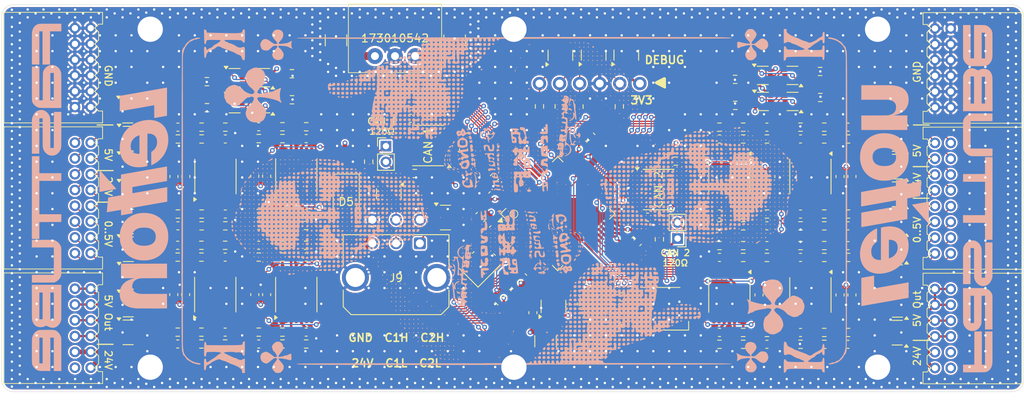
<source format=kicad_pcb>
(kicad_pcb
	(version 20240108)
	(generator "pcbnew")
	(generator_version "8.0")
	(general
		(thickness 1.6)
		(legacy_teardrops no)
	)
	(paper "A4")
	(layers
		(0 "F.Cu" signal)
		(1 "In1.Cu" signal)
		(2 "In2.Cu" signal)
		(31 "B.Cu" signal)
		(32 "B.Adhes" user "B.Adhesive")
		(33 "F.Adhes" user "F.Adhesive")
		(34 "B.Paste" user)
		(35 "F.Paste" user)
		(36 "B.SilkS" user "B.Silkscreen")
		(37 "F.SilkS" user "F.Silkscreen")
		(38 "B.Mask" user)
		(39 "F.Mask" user)
		(40 "Dwgs.User" user "User.Drawings")
		(41 "Cmts.User" user "User.Comments")
		(42 "Eco1.User" user "User.Eco1")
		(43 "Eco2.User" user "User.Eco2")
		(44 "Edge.Cuts" user)
		(45 "Margin" user)
		(46 "B.CrtYd" user "B.Courtyard")
		(47 "F.CrtYd" user "F.Courtyard")
		(48 "B.Fab" user)
		(49 "F.Fab" user)
		(50 "User.1" user)
		(51 "User.2" user)
		(52 "User.3" user)
		(53 "User.4" user)
		(54 "User.5" user)
		(55 "User.6" user)
		(56 "User.7" user)
		(57 "User.8" user)
		(58 "User.9" user)
	)
	(setup
		(stackup
			(layer "F.SilkS"
				(type "Top Silk Screen")
			)
			(layer "F.Paste"
				(type "Top Solder Paste")
			)
			(layer "F.Mask"
				(type "Top Solder Mask")
				(color "Black")
				(thickness 0.01)
			)
			(layer "F.Cu"
				(type "copper")
				(thickness 0.035)
			)
			(layer "dielectric 1"
				(type "prepreg")
				(thickness 0.1)
				(material "FR4")
				(epsilon_r 4.5)
				(loss_tangent 0.02)
			)
			(layer "In1.Cu"
				(type "copper")
				(thickness 0.035)
			)
			(layer "dielectric 2"
				(type "core")
				(thickness 1.24)
				(material "FR4")
				(epsilon_r 4.5)
				(loss_tangent 0.02)
			)
			(layer "In2.Cu"
				(type "copper")
				(thickness 0.035)
			)
			(layer "dielectric 3"
				(type "prepreg")
				(thickness 0.1)
				(material "FR4")
				(epsilon_r 4.5)
				(loss_tangent 0.02)
			)
			(layer "B.Cu"
				(type "copper")
				(thickness 0.035)
			)
			(layer "B.Mask"
				(type "Bottom Solder Mask")
				(color "Black")
				(thickness 0.01)
			)
			(layer "B.Paste"
				(type "Bottom Solder Paste")
			)
			(layer "B.SilkS"
				(type "Bottom Silk Screen")
			)
			(copper_finish "None")
			(dielectric_constraints no)
		)
		(pad_to_mask_clearance 0)
		(allow_soldermask_bridges_in_footprints no)
		(pcbplotparams
			(layerselection 0x00010fc_ffffffff)
			(plot_on_all_layers_selection 0x0000000_00000000)
			(disableapertmacros no)
			(usegerberextensions no)
			(usegerberattributes yes)
			(usegerberadvancedattributes yes)
			(creategerberjobfile yes)
			(dashed_line_dash_ratio 12.000000)
			(dashed_line_gap_ratio 3.000000)
			(svgprecision 4)
			(plotframeref no)
			(viasonmask no)
			(mode 1)
			(useauxorigin no)
			(hpglpennumber 1)
			(hpglpenspeed 20)
			(hpglpendiameter 15.000000)
			(pdf_front_fp_property_popups yes)
			(pdf_back_fp_property_popups yes)
			(dxfpolygonmode yes)
			(dxfimperialunits yes)
			(dxfusepcbnewfont yes)
			(psnegative no)
			(psa4output no)
			(plotreference yes)
			(plotvalue yes)
			(plotfptext yes)
			(plotinvisibletext no)
			(sketchpadsonfab no)
			(subtractmaskfromsilk no)
			(outputformat 1)
			(mirror no)
			(drillshape 1)
			(scaleselection 1)
			(outputdirectory "")
		)
	)
	(net 0 "")
	(net 1 "GND")
	(net 2 "/A8")
	(net 3 "/WS1")
	(net 4 "/A11")
	(net 5 "/A7")
	(net 6 "/A1")
	(net 7 "/STATUS1")
	(net 8 "/A5")
	(net 9 "/A12")
	(net 10 "/D2")
	(net 11 "+3V3")
	(net 12 "/A14")
	(net 13 "/A10")
	(net 14 "/SWDIO")
	(net 15 "/WS2")
	(net 16 "/A13")
	(net 17 "/A16")
	(net 18 "/SWCLK")
	(net 19 "/D5")
	(net 20 "/D1")
	(net 21 "/CAN2_TX")
	(net 22 "/A15")
	(net 23 "/A6")
	(net 24 "/D4")
	(net 25 "/STATUS2")
	(net 26 "/CAN1_RX")
	(net 27 "/A4")
	(net 28 "/CAN1_TX")
	(net 29 "/CAN2_RX")
	(net 30 "/A3")
	(net 31 "/A9")
	(net 32 "/A2")
	(net 33 "/D6")
	(net 34 "/D3")
	(net 35 "Net-(C4-Pad1)")
	(net 36 "Net-(U3A-+)")
	(net 37 "Net-(U3D-+)")
	(net 38 "Net-(U3A--)")
	(net 39 "Net-(U3D--)")
	(net 40 "Net-(U4A-+)")
	(net 41 "Net-(U4D-+)")
	(net 42 "Net-(U4A--)")
	(net 43 "Net-(U4D--)")
	(net 44 "Net-(U5A-+)")
	(net 45 "Net-(U5D-+)")
	(net 46 "Net-(U5A--)")
	(net 47 "Net-(U5D--)")
	(net 48 "Net-(U6A-+)")
	(net 49 "Net-(U6D-+)")
	(net 50 "Net-(U6A--)")
	(net 51 "Net-(C19-Pad1)")
	(net 52 "Net-(U6D--)")
	(net 53 "Net-(C38-Pad1)")
	(net 54 "Net-(U3B-+)")
	(net 55 "Net-(U3C-+)")
	(net 56 "Net-(U4B-+)")
	(net 57 "Net-(U4C-+)")
	(net 58 "Net-(U5B-+)")
	(net 59 "Net-(U5C-+)")
	(net 60 "Net-(U6B-+)")
	(net 61 "Net-(U6C-+)")
	(net 62 "+5V")
	(net 63 "/SWO")
	(net 64 "/NRST")
	(net 65 "/STATUS_B")
	(net 66 "/STATUS_G")
	(net 67 "/STATUS_R")
	(net 68 "Net-(U12-STB)")
	(net 69 "/CAN1_H")
	(net 70 "/CAN1_L")
	(net 71 "/CAN2_L")
	(net 72 "/CAN2_H")
	(net 73 "Net-(U2-PH1)")
	(net 74 "Net-(U2-PH0)")
	(net 75 "Net-(C20-Pad1)")
	(net 76 "Net-(C25-Pad1)")
	(net 77 "Net-(C26-Pad1)")
	(net 78 "Net-(C31-Pad1)")
	(net 79 "Net-(C32-Pad1)")
	(net 80 "Net-(C37-Pad1)")
	(net 81 "Net-(D2-A1)")
	(net 82 "Net-(D2-A2)")
	(net 83 "Net-(D3-A1)")
	(net 84 "Net-(D3-A2)")
	(net 85 "Net-(D4-AR)")
	(net 86 "Net-(D4-AB)")
	(net 87 "Net-(D4-AG)")
	(net 88 "Net-(JP3-A)")
	(net 89 "Net-(JP4-A)")
	(net 90 "Net-(U2-BOOT0)")
	(net 91 "Net-(U11-STB)")
	(net 92 "unconnected-(U1-NC-Pad5)")
	(net 93 "unconnected-(U1-NC-Pad4)")
	(net 94 "unconnected-(U2-PC13-Pad2)")
	(net 95 "unconnected-(U2-PC14-Pad3)")
	(net 96 "unconnected-(U2-PC15-Pad4)")
	(net 97 "+24V")
	(net 98 "/JR1")
	(net 99 "/JR2")
	(net 100 "/JR3")
	(net 101 "/JR4")
	(net 102 "/JR6")
	(net 103 "/JR5")
	(net 104 "/JR7")
	(net 105 "/JR8")
	(net 106 "/JR9")
	(net 107 "/JR10")
	(net 108 "/JR11")
	(net 109 "/JR12")
	(net 110 "/JR13")
	(net 111 "/JR14")
	(net 112 "/JR16")
	(net 113 "/JR15")
	(net 114 "/JL2")
	(net 115 "/JL1")
	(net 116 "/JL3")
	(net 117 "/JL4")
	(net 118 "/JL5")
	(net 119 "/JL6")
	(net 120 "/JL7")
	(net 121 "/JL8")
	(net 122 "/JL9")
	(net 123 "/JL10")
	(net 124 "/JL11")
	(net 125 "/JL12")
	(net 126 "/JL13")
	(net 127 "/JL14")
	(net 128 "/JL15")
	(net 129 "/JL16")
	(net 130 "+24V_IN")
	(net 131 "Net-(U10C-+)")
	(net 132 "Net-(U10B-+)")
	(net 133 "Net-(U10D--)")
	(net 134 "Net-(C62-Pad1)")
	(net 135 "Net-(C61-Pad1)")
	(net 136 "Net-(U10A--)")
	(net 137 "Net-(U10D-+)")
	(net 138 "Net-(U10A-+)")
	(net 139 "Net-(C56-Pad1)")
	(net 140 "Net-(C55-Pad1)")
	(net 141 "Net-(C50-Pad1)")
	(net 142 "Net-(C49-Pad1)")
	(net 143 "Net-(C44-Pad1)")
	(net 144 "Net-(C43-Pad1)")
	(net 145 "Net-(U9C-+)")
	(net 146 "Net-(U9B-+)")
	(net 147 "Net-(U8C-+)")
	(net 148 "Net-(U8B-+)")
	(net 149 "Net-(U7C-+)")
	(net 150 "Net-(U7B-+)")
	(net 151 "Net-(U9D--)")
	(net 152 "Net-(U9A--)")
	(net 153 "Net-(U9D-+)")
	(net 154 "Net-(U9A-+)")
	(net 155 "Net-(U8D--)")
	(net 156 "Net-(U8A--)")
	(net 157 "Net-(U8D-+)")
	(net 158 "Net-(U8A-+)")
	(net 159 "Net-(U7D--)")
	(net 160 "Net-(U7A--)")
	(net 161 "Net-(U7D-+)")
	(net 162 "Net-(U7A-+)")
	(net 163 "unconnected-(D1-A2-Pad2)")
	(footprint "Capacitor_SMD:C_0603_1608Metric" (layer "F.Cu") (at 157.526866 106.646284 135))
	(footprint "Resistor_SMD:R_0603_1608Metric" (layer "F.Cu") (at 182.368303 115.126183 180))
	(footprint "Resistor_SMD:R_0603_1608Metric" (layer "F.Cu") (at 192.618303 115.126183 180))
	(footprint "Resistor_SMD:R_0603_1608Metric" (layer "F.Cu") (at 162.1 84.999479 -90))
	(footprint "Capacitor_SMD:C_0603_1608Metric" (layer "F.Cu") (at 130.093303 104.086183))
	(footprint "Resistor_SMD:R_0603_1608Metric" (layer "F.Cu") (at 198.618303 113.626183))
	(footprint "Resistor_SMD:R_0603_1608Metric" (layer "F.Cu") (at 124.093303 113.586183 180))
	(footprint "Resistor_SMD:R_0603_1608Metric" (layer "F.Cu") (at 113.843303 104.086183 180))
	(footprint "Capacitor_SMD:C_0603_1608Metric" (layer "F.Cu") (at 114.868303 93.876183 90))
	(footprint "Capacitor_SMD:C_0603_1608Metric" (layer "F.Cu") (at 199.118303 108.876183 -90))
	(footprint "Package_TO_SOT_SMD:SOT-23" (layer "F.Cu") (at 204.868303 96.126183 180))
	(footprint "Capacitor_SMD:C_0603_1608Metric" (layer "F.Cu") (at 124.093303 102.586183))
	(footprint "Resistor_SMD:R_0603_1608Metric" (layer "F.Cu") (at 130.093303 115.086183))
	(footprint "Package_TO_SOT_SMD:SOT-23" (layer "F.Cu") (at 107.593303 89.086183))
	(footprint "Package_TO_SOT_SMD:SOT-23" (layer "F.Cu") (at 170.581697 78.5 90))
	(footprint "Resistor_SMD:R_0603_1608Metric" (layer "F.Cu") (at 195.618303 100.126183 180))
	(footprint "Resistor_SMD:R_0603_1608Metric" (layer "F.Cu") (at 154.557018 109.616132 -45))
	(footprint "Resistor_SMD:R_0603_1608Metric" (layer "F.Cu") (at 185.368303 102.626183 180))
	(footprint "Capacitor_SMD:C_0603_1608Metric" (layer "F.Cu") (at 198.618303 115.126183 180))
	(footprint "Capacitor_SMD:C_0603_1608Metric" (layer "F.Cu") (at 163.868303 110.026183 90))
	(footprint "Capacitor_SMD:C_0603_1608Metric" (layer "F.Cu") (at 150.868303 103.126183 -135))
	(footprint "Resistor_SMD:R_0603_1608Metric" (layer "F.Cu") (at 188.368303 113.626183))
	(footprint "Resistor_SMD:R_0603_1608Metric" (layer "F.Cu") (at 192.618303 102.626183 180))
	(footprint "Resistor_SMD:R_0603_1608Metric" (layer "F.Cu") (at 176.843303 91.926183 180))
	(footprint "Resistor_SMD:R_0603_1608Metric" (layer "F.Cu") (at 127.093303 100.076183))
	(footprint "LOGO" (layer "F.Cu") (at 120.2 75.375802))
	(footprint "Resistor_SMD:R_0603_1608Metric" (layer "F.Cu") (at 128.293303 84.161183 180))
	(footprint "Resistor_SMD:R_0603_1608Metric" (layer "F.Cu") (at 127.093303 115.086183))
	(footprint "Package_TO_SOT_SMD:SOT-23" (layer "F.Cu") (at 107.593303 92.586183))
	(footprint "Capacitor_SMD:C_0603_1608Metric" (layer "F.Cu") (at 119.868303 89.126183))
	(footprint "Package_TO_SOT_SMD:SOT-23" (layer "F.Cu") (at 204.868303 110.126183 180))
	(footprint "Resistor_SMD:R_0603_1608Metric" (layer "F.Cu") (at 138 92 -90))
	(footprint "Capacitor_SMD:C_0603_1608Metric" (layer "F.Cu") (at 188.368303 115.126183 180))
	(footprint "Package_TO_SOT_SMD:SOT-23-5" (layer "F.Cu") (at 161.368303 110.326183 90))
	(footprint "Package_SO:TSSOP-14_4.4x5mm_P0.65mm" (layer "F.Cu") (at 128.843303 93.826183 90))
	(footprint "Package_TO_SOT_SMD:SOT-363_SC-70-6"
		(layer "F.Cu")
		(uuid "36c2f338-56c5-4aa2-ab90-1231335d48c9")
		(at 121.040767 81.361183)
		(descr "SOT-363, SC-70-6")
		(tags "SOT-363 SC-70-6")
		(property "Reference" "D21"
			(at 0 -2.25 180)
			(layer "F.SilkS")
			(hide yes)
			(uuid "aab21c94-9bba-4cd9-95a2-3afe06f4c203")
			(effects
				(font
					(size 1 1)
					(thickness 0.15)
				)
			)
		)
		(property "Value" "BAT45V"
			(at 0 2 180)
			(layer "F.Fab")
			(uuid "faffbc66-0db8-476c-bc2f-090419b4c70b")
			(effects
				(font
					(size 1 1)
					(thickness 0.15)
				)
			)
		)
		(property "Footprint" "Package_TO_SOT_SMD:SOT-363_SC-70-6"
			(at 0 0 0)
			(unlocked yes)
			(layer "F.Fab")
			(hide yes)
			(uuid "4236fc83-a1ce-4dab-ac5a-81ba3a9c97aa")
			(effects
				(font
					(size 1.27 1.27)
					(thickness 0.15)
				)
			)
		)
		(property "Datasheet" "https://www.mouser.de/datasheet/2/115/DIOD_S_A0001068865_1-2541875.pdf"
			(at 0 0 0)
			(unlocked yes)
			(layer "F.Fab")
			(hide yes)
			(uuid "cd031cff-333e-4c9f-89f9-7b2b04b2989e")
			(effects
				(font
					(size 1.27 1.27)
					(thickness 0.15)
				)
			)
		)
		(property "Description" "Schottky Barrier Diode Array, SOT-363"
			(at 0 0 0)
			(unlocked yes)
			(layer "F.Fab")
			(hide yes)
			(uuid "860fc7dd-e3d2-42e9-9cd5-ffb7ea532ecb")
			(effects
				(font
					(size 1.27 1.27)
					(thickness 0.15)
				)
			)
		)
		(property ki_fp_filters "SOT?363*")
		(path "/1c1af5eb-11f2-4b98-a39d-91ac487b1dbc/b6e7610f-70e8-468f-a98f-27a47e62bcc0")
		(sheetname "Double GPIO Protection3")
		(sheetfile "GPIOProt.kicad_sch")
		(attr smd)
		(fp_line
			(start -0.71 -1.16)
			(end 0.7 -1.16)
			(stroke
				(width 0.12)
				(type solid)
			)
			(layer "F.SilkS")
			(uuid "a9f1f069-1bb3-4957-99b9-fa80e827a126")
		)
		(fp_line
			(start -0.7 1.16)
			(end 0.7 1.16)
			(stroke
				(width 0.12)
				(type solid)
			)
			(layer "F.SilkS")
			(uuid "50c121fe-22ef-42f7-8e5f-26ed89ffab8b")
		)
		(fp_poly
			(pts
				(xy -1.08 -1.11) (xy -1.32 -1.44) (xy -0.84 -1.44) (xy -1.08 -1.11)
			)
			(stroke
				(width 0.12)
				(type solid)
			)
			(fill solid)
			(layer "F.SilkS")
			(uuid "aee12829-ceaa-4a7f-9b52-020259b908ee")
		)
		(fp_line
			(start -1.6 -1.4)
			(end -1.6 1.4)
			(stroke
				(width 0.05)
				(type solid)
			)
			(layer "F.CrtYd")
			(uuid "65e7df99-ac90-440e-a750-5fa5f61d90f4")
		)
		(fp_line
			(start -1.6 -1.4)
			(end 1.6 -1.4)
			(stroke
				(width 0.05)
				(type solid)
			)
			(layer "F.CrtYd")
			(uuid "75ee40e7-e33f-4ebd-8748-a23db1421b77")
		)
		(fp_line
			(start -1.6 1.4)
			(end 1.6 1.4)
			(stroke
				(width 0.05)
				(type solid)
			)
			(layer "F.CrtYd")
			(uuid "281908f5-2d6b-4da3-97ec-789d12f94337")
		)
		(fp_line
			(start 1.6 1.4)
			(end 1.6 -1.4)
			(stroke
				(width 0.05)
				(type solid)
			)
			(layer "F.CrtYd")
			(uuid "d560f39c-0067-48c3-9b26-513e8b4d298e")
		)
		(fp_line
			(start -0.675 -0.6)
			(end -0.675 1.1)
			(stroke
				(width 0.1)
				(type solid)
			)
			(layer "F.Fab")
			(uuid "17d0833c-2eb2-442b-9fa0-2246f3a77095")
		)
		(fp_line
			(start -0.175 -1.1)
			(end -0.675 -0.6)
			(stroke
				(width 0.1)
				(type solid)
			)
			(layer "F.Fab")
			(uuid "ebe153be-df60-4b22-b7fd-66e6e9b603ac")
		)
		(fp_line
			(start 0.675 -1.1)
			(end -0.175 -1.1)
			(stroke
				(width 0.1)
				(type solid)
			)
			(layer "F.Fab")
			(uuid "690fafc7-2778-4b14-899a-7d860fd85ba5")
		)
		(fp_line
			(start 0.675 -1.1)
			(end 0.675 1.1)
			(stroke
				(width 0.1)
				(type solid)
			)
			(layer "F.Fab")
			(uuid "41109408-eac4-4748-bd56-1b11c03cdf7a")
		)
		(fp_line
			(start 0.675 1.1)
			(end -0.675 1.1)
			(stroke
				(width 0.1)
				(type solid)
			)
			(layer "F.Fab")
			(uui
... [5831480 chars truncated]
</source>
